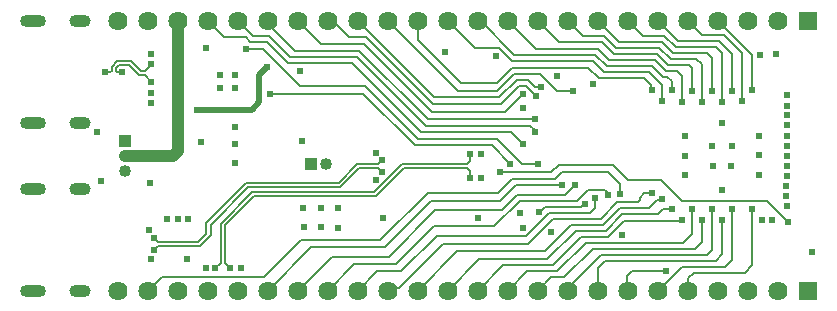
<source format=gbl>
G04*
G04 #@! TF.GenerationSoftware,Altium Limited,Altium Designer,25.8.1 (18)*
G04*
G04 Layer_Physical_Order=4*
G04 Layer_Color=16711680*
%FSLAX44Y44*%
%MOMM*%
G71*
G04*
G04 #@! TF.SameCoordinates,F54E5B92-F0D5-4042-A45F-7CF7407C5741*
G04*
G04*
G04 #@! TF.FilePolarity,Positive*
G04*
G01*
G75*
%ADD13C,0.1524*%
G04:AMPARAMS|DCode=55|XSize=1mm|YSize=2.2mm|CornerRadius=0.5mm|HoleSize=0mm|Usage=FLASHONLY|Rotation=270.000|XOffset=0mm|YOffset=0mm|HoleType=Round|Shape=RoundedRectangle|*
%AMROUNDEDRECTD55*
21,1,1.0000,1.2000,0,0,270.0*
21,1,0.0000,2.2000,0,0,270.0*
1,1,1.0000,-0.6000,0.0000*
1,1,1.0000,-0.6000,0.0000*
1,1,1.0000,0.6000,0.0000*
1,1,1.0000,0.6000,0.0000*
%
%ADD55ROUNDEDRECTD55*%
G04:AMPARAMS|DCode=56|XSize=1mm|YSize=1.8mm|CornerRadius=0.5mm|HoleSize=0mm|Usage=FLASHONLY|Rotation=270.000|XOffset=0mm|YOffset=0mm|HoleType=Round|Shape=RoundedRectangle|*
%AMROUNDEDRECTD56*
21,1,1.0000,0.8000,0,0,270.0*
21,1,0.0000,1.8000,0,0,270.0*
1,1,1.0000,-0.4000,0.0000*
1,1,1.0000,-0.4000,0.0000*
1,1,1.0000,0.4000,0.0000*
1,1,1.0000,0.4000,0.0000*
%
%ADD56ROUNDEDRECTD56*%
%ADD61C,0.1532*%
%ADD67C,1.0160*%
%ADD68C,1.6256*%
%ADD69R,1.6256X1.6256*%
%ADD70R,1.0160X1.0160*%
%ADD71R,1.0160X1.0160*%
%ADD72C,0.6096*%
%ADD73C,1.0160*%
%ADD82C,0.4826*%
D13*
X197629Y217603D02*
X211658D01*
X243332Y185928D01*
X197286Y227330D02*
X201096Y223520D01*
X165100Y241300D02*
X179070Y227330D01*
X197286D01*
X434617Y186159D02*
X443230Y177546D01*
X428936Y186159D02*
X434617D01*
X293370Y215900D02*
X351542Y157728D01*
X442161D01*
X349686Y152400D02*
X437842D01*
X291266Y210820D02*
X349686Y152400D01*
X437842D02*
X441960Y148282D01*
X345440Y147320D02*
X421640D01*
X431800Y137160D01*
X441960Y147320D02*
Y148282D01*
X495228Y217678D02*
X505024Y207882D01*
X442722Y217678D02*
X495228D01*
X419100Y241300D02*
X442722Y217678D01*
X499220Y223012D02*
X509270Y212962D01*
X444500Y241300D02*
X462788Y223012D01*
X499220D01*
X550709Y193548D02*
X554228D01*
X557929Y182717D02*
Y189847D01*
X554228Y193548D02*
X557929Y189847D01*
X379182Y188508D02*
X409733D01*
X448382Y201168D02*
X487473D01*
X409733Y188508D02*
X422623Y201399D01*
X448152D02*
X448382Y201168D01*
X422623Y201399D02*
X448152D01*
X487473Y201168D02*
X495999Y192642D01*
X534851D01*
X446048Y196319D02*
X460928Y181438D01*
X474726D01*
X424728Y196319D02*
X446048D01*
X342900Y224790D02*
X379182Y188508D01*
X540472Y183410D02*
Y187020D01*
X534851Y192642D02*
X540472Y187020D01*
X317500Y241300D02*
X377362Y181438D01*
X409847D02*
X424728Y196319D01*
X377362Y181438D02*
X409847D01*
X292100Y241300D02*
X357124Y176276D01*
X411869D02*
X426832Y191239D01*
X357124Y176276D02*
X411869D01*
X426832Y191239D02*
X436721D01*
X447139Y185321D02*
X447198Y185262D01*
X436721Y191239D02*
X442639Y185321D01*
X447139D01*
X355528Y170688D02*
X413465D01*
X299140Y227076D02*
X355528Y170688D01*
X413465D02*
X428936Y186159D01*
X274506Y237304D02*
X284734Y227076D01*
X299140D01*
X297636Y221395D02*
X354694Y164338D01*
X416814D02*
X431777Y179301D01*
X354694Y164338D02*
X416814D01*
X396105Y241300D02*
X424807Y212598D01*
X393700Y241300D02*
X396105D01*
X424807Y212598D02*
X451113D01*
X451185Y212526D01*
X493196D01*
X411781Y218440D02*
X422703Y207518D01*
X449009D01*
X368300Y241300D02*
X391160Y218440D01*
X411781D01*
X449081Y207446D02*
X491092D01*
X449009Y207518D02*
X449081Y207446D01*
X491092D02*
X500816Y197722D01*
X342900Y224790D02*
Y241300D01*
X215066Y223520D02*
X233354Y205232D01*
X287528D02*
X345440Y147320D01*
X233354Y205232D02*
X287528D01*
X243332Y185928D02*
X297942D01*
X215900Y238760D02*
X238760Y215900D01*
X293370D01*
X217170Y228600D02*
X234950Y210820D01*
X291266D01*
X297942Y185928D02*
X342900Y140970D01*
Y12700D02*
X376174Y45974D01*
X450342D02*
X472948Y68580D01*
X376174Y45974D02*
X450342D01*
X436071Y52070D02*
X457661Y73660D01*
X364744Y52070D02*
X436071D01*
X327338Y14664D02*
X364744Y52070D01*
X358902Y58928D02*
X434594D01*
X329184Y29210D02*
X358902Y58928D01*
X434594D02*
X454406Y78740D01*
X407670Y67310D02*
X429260Y88900D01*
X356362Y67310D02*
X407670D01*
X324358Y35306D02*
X356362Y67310D01*
X435610Y29210D02*
X461010D01*
X485140Y53340D02*
X567690D01*
X461010Y29210D02*
X485140Y53340D01*
X415290Y34290D02*
X457454D01*
X481584Y58420D02*
X504190D01*
X457454Y34290D02*
X481584Y58420D01*
X394970Y39370D02*
X452628D01*
X476758Y63500D02*
X502086D01*
X452628Y39370D02*
X476758Y63500D01*
X472948Y68580D02*
X499982D01*
X457661Y73660D02*
X497877D01*
X454406Y78740D02*
X488950D01*
X289306Y35306D02*
X324358D01*
X266700Y12700D02*
X289306Y35306D01*
X270002Y41402D02*
X318262D01*
X357886Y81026D02*
X414202D01*
X318262Y41402D02*
X357886Y81026D01*
X241300Y12700D02*
X270002Y41402D01*
X308610Y29210D02*
X329184D01*
X319464Y14664D02*
X327338D01*
X317500Y12700D02*
X319464Y14664D01*
X414202Y81026D02*
X427156Y93980D01*
X354330Y88392D02*
X412242D01*
X426212Y102362D01*
X315214Y49276D02*
X354330Y88392D01*
X252476Y49276D02*
X315214D01*
X215900Y12700D02*
X252476Y49276D01*
X351282Y95758D02*
X410718D01*
X422402Y107442D01*
X311404Y55880D02*
X351282Y95758D01*
X243840Y55880D02*
X311404D01*
X212598Y24638D02*
X243840Y55880D01*
X450542Y83820D02*
X481176D01*
X446224Y79502D02*
X450542Y83820D01*
X445262Y79502D02*
X446224D01*
X481176Y83820D02*
X483312Y85956D01*
X638685Y88771D02*
X656336Y71120D01*
X566549Y88771D02*
X638685D01*
X465038Y113248D02*
X503972D01*
X422402Y107442D02*
X459232D01*
X465038Y113248D01*
X548640Y106680D02*
X566549Y88771D01*
X520700Y106680D02*
X548640D01*
X508000Y119380D02*
X520700Y106680D01*
X462280Y119380D02*
X508000D01*
X455930Y113030D02*
X462280Y119380D01*
X412750Y113030D02*
X455930D01*
X431070Y120110D02*
X444500D01*
X410210Y140970D02*
X431070Y120110D01*
X405591Y135890D02*
X421371Y120110D01*
X340360Y135890D02*
X405591D01*
X114300Y12700D02*
X126238Y24638D01*
X212598D01*
X503972Y113248D02*
X514350Y102870D01*
Y94488D02*
Y102870D01*
X342900Y140970D02*
X410210D01*
X241300Y241300D02*
X261205Y221395D01*
X297636D01*
X217574Y178966D02*
X217932Y179324D01*
X296926D01*
X340360Y135890D01*
X483312Y85956D02*
X484274D01*
X477520Y88900D02*
X486918Y98298D01*
X429260Y88900D02*
X477520D01*
X468039Y93980D02*
X476250Y102191D01*
X427156Y93980D02*
X468039D01*
X426212Y102362D02*
X464820D01*
X476250Y102191D02*
Y102362D01*
X488950Y78740D02*
X492760Y82550D01*
X497877Y73660D02*
X511847Y87630D01*
X486918Y98298D02*
X500924D01*
X201096Y223520D02*
X215066D01*
X190500Y241300D02*
X203200Y228600D01*
X217170D01*
X215900Y238760D02*
X215900Y241300D01*
X270411D02*
X274408Y237304D01*
X266700Y241300D02*
X270411D01*
X274408Y237304D02*
X274506D01*
X292100Y12700D02*
X308610Y29210D01*
X492760Y82550D02*
Y91440D01*
X502412Y96720D02*
X504190Y94942D01*
X500924Y98298D02*
X502412Y96810D01*
X504190Y93980D02*
Y94942D01*
X502412Y96720D02*
Y96810D01*
X455930Y24130D02*
X466099D01*
X466538Y24213D01*
X491490Y48260D01*
X577850D01*
X497840Y43180D02*
X588010D01*
X469900Y12700D02*
Y15240D01*
X497840Y43180D01*
X520379Y25318D02*
X524675Y29614D01*
X553316D01*
X566420Y33020D02*
X603250D01*
X546100Y12700D02*
X566420Y33020D01*
X520379Y13021D02*
Y25318D01*
Y13021D02*
X520700Y12700D01*
X393700D02*
X415290Y34290D01*
X368300Y12700D02*
X394970Y39370D01*
X511847Y87630D02*
X529372D01*
X530860Y89118D01*
Y91440D01*
X534670Y95250D01*
X541020D01*
X513952Y82550D02*
X538698D01*
X549230Y89490D02*
X549910Y90170D01*
X545638Y89490D02*
X549230D01*
X538698Y82550D02*
X545638Y89490D01*
X499982Y68580D02*
X513952Y82550D01*
X502086Y63500D02*
X516056Y77470D01*
X546100D01*
X550577Y81947D01*
X557928D01*
X504190Y58420D02*
X517652Y71882D01*
X566020D01*
X566528Y72390D01*
X567690Y53340D02*
X575164Y60814D01*
X419100Y12700D02*
X435610Y29210D01*
X575164Y60814D02*
Y81788D01*
X444500Y12700D02*
X455930Y24130D01*
X577850Y48260D02*
X583528Y53938D01*
Y72390D01*
X588010Y43180D02*
X592164Y47334D01*
Y81788D01*
X495300Y12700D02*
Y31750D01*
X501650Y38100D01*
X595266D01*
X600528Y43362D01*
Y72390D01*
X603250Y33020D02*
X609164Y38934D01*
Y81788D01*
X571790Y12990D02*
Y23150D01*
X576580Y27940D02*
X619760D01*
X571500Y12700D02*
X571790Y12990D01*
Y23150D02*
X576580Y27940D01*
X619760D02*
X626164Y34344D01*
Y81788D01*
X493196Y212526D02*
X502920Y202802D01*
X541456D02*
X550709Y193548D01*
X502920Y202802D02*
X541456D01*
X557929Y182717D02*
X558170Y182476D01*
X540472Y183410D02*
X541152Y182730D01*
X500816Y197722D02*
X538480D01*
X549534Y186668D01*
Y173078D02*
Y186668D01*
X505024Y207882D02*
X543560D01*
X552814Y198628D01*
X562610D01*
X566456Y194782D01*
Y172212D02*
Y194782D01*
X509270Y212962D02*
X545702D01*
X554955Y203708D01*
X572770D01*
X575092Y201386D01*
Y181610D02*
Y201386D01*
X510976Y218440D02*
X547407D01*
X469900Y241300D02*
X482854Y228346D01*
X547407Y218440D02*
X557059Y208788D01*
X482854Y228346D02*
X501070D01*
X510976Y218440D01*
X513080Y223520D02*
X549512D01*
X559164Y213868D01*
X495300Y241300D02*
X513080Y223520D01*
X557059Y208788D02*
X578866D01*
X583456Y204198D01*
Y172212D02*
Y204198D01*
X559164Y213868D02*
X588264D01*
X592092Y210040D01*
Y181610D02*
Y210040D01*
X596900Y241300D02*
X626110Y212090D01*
Y182880D02*
Y212090D01*
X617474Y172974D02*
Y213542D01*
X601908Y229108D02*
X617474Y213542D01*
X533400Y228600D02*
X551616D01*
X561268Y218948D01*
X520700Y241300D02*
X533400Y228600D01*
X563372Y224028D02*
X598170D01*
X546100Y241300D02*
X563372Y224028D01*
X598170D02*
X609092Y213106D01*
X561268Y218948D02*
X595376D01*
X600456Y213868D01*
Y172212D02*
Y213868D01*
X583692Y229108D02*
X601908D01*
X571500Y241300D02*
X583692Y229108D01*
X609092Y181610D02*
Y213106D01*
D55*
X17150Y12700D02*
D03*
Y99100D02*
D03*
Y154900D02*
D03*
Y241300D02*
D03*
D56*
X57150Y12700D02*
D03*
Y99100D02*
D03*
Y154900D02*
D03*
Y241300D02*
D03*
D61*
X309122Y119892D02*
X312420Y123190D01*
X291894Y119892D02*
X309122D01*
X275896Y103894D02*
X291894Y119892D01*
X164076Y60960D02*
Y70056D01*
X197914Y103894D01*
X275896D01*
X119380Y57150D02*
X122678Y53852D01*
X156968D01*
X164076Y60960D01*
X89769Y203446D02*
X98854D01*
X100330Y207010D02*
X108571Y198769D01*
X88293Y207010D02*
X100330D01*
X108571Y198769D02*
X111760D01*
X98854Y203446D02*
X107095Y195206D01*
X111760D01*
Y198769D02*
X116840Y203849D01*
X111760Y195206D02*
X117236Y189729D01*
X87255Y200932D02*
X89769Y203446D01*
X83691Y202408D02*
X88293Y207010D01*
X83691Y199017D02*
Y202408D01*
X82794Y198120D02*
X83691Y199017D01*
X78236Y198120D02*
X82794D01*
X116840Y203849D02*
Y204470D01*
X87255Y199017D02*
Y200932D01*
Y199017D02*
X88152Y198120D01*
X92710D01*
X117236Y189505D02*
Y189729D01*
X158444Y50288D02*
X167640Y59484D01*
X122678Y50288D02*
X158444D01*
X119380Y46990D02*
X122678Y50288D01*
X167640Y59484D02*
Y68580D01*
X199390Y100330D01*
X277372D01*
X293370Y116328D01*
X309122D01*
X312420Y113030D01*
X204430Y92710D02*
X307340D01*
X202954Y96274D02*
X305864D01*
X176018Y69338D02*
X202954Y96274D01*
X307340Y92710D02*
X330960Y116330D01*
X179582Y67862D02*
X204430Y92710D01*
X305864Y96274D02*
X329483Y119893D01*
X176018Y36318D02*
Y69338D01*
X171450Y31750D02*
X176018Y36318D01*
X179582D02*
X184150Y31750D01*
X179582Y36318D02*
Y67862D01*
X329483Y119893D02*
X385053D01*
X387350Y122191D01*
Y128270D01*
X330960Y116330D02*
X385053D01*
X387350Y114032D01*
Y107953D02*
Y114032D01*
D67*
X265580Y119677D02*
D03*
X95250Y114300D02*
D03*
Y127000D02*
D03*
D68*
X647700Y241300D02*
D03*
X88900Y12700D02*
D03*
X114300Y241300D02*
D03*
X647700Y12700D02*
D03*
X622300Y241300D02*
D03*
X571500D02*
D03*
X139700D02*
D03*
X88900D02*
D03*
X546100D02*
D03*
X368300D02*
D03*
X469900D02*
D03*
X292100D02*
D03*
X215900D02*
D03*
X393700D02*
D03*
X317500D02*
D03*
X495300D02*
D03*
X419100D02*
D03*
X241300D02*
D03*
X596900D02*
D03*
X342900D02*
D03*
X165100D02*
D03*
X520700D02*
D03*
X266700D02*
D03*
X444500D02*
D03*
X190500D02*
D03*
X165100Y12700D02*
D03*
X190500D02*
D03*
X393700D02*
D03*
X114300D02*
D03*
X520700D02*
D03*
X495300D02*
D03*
X266700D02*
D03*
X419100D02*
D03*
X546100D02*
D03*
X342900D02*
D03*
X139700D02*
D03*
X571500D02*
D03*
X444500D02*
D03*
X292100D02*
D03*
X368300D02*
D03*
X215900D02*
D03*
X596900D02*
D03*
X317500D02*
D03*
X469900D02*
D03*
X241300D02*
D03*
X622300D02*
D03*
D69*
X673100D02*
D03*
Y241300D02*
D03*
D70*
X95250Y139700D02*
D03*
D71*
X252880Y119677D02*
D03*
D72*
X74422Y105156D02*
D03*
X313690Y74168D02*
D03*
X312420Y123190D02*
D03*
X119380Y57150D02*
D03*
X155956Y165862D02*
D03*
X215392Y202253D02*
D03*
X197629Y217603D02*
D03*
X163576Y217932D02*
D03*
X461010Y194310D02*
D03*
X645922Y213106D02*
D03*
X429260Y78740D02*
D03*
X455621Y61921D02*
D03*
X676910Y45720D02*
D03*
X187977Y120903D02*
D03*
X365740Y214476D02*
D03*
X116810Y39279D02*
D03*
X115198Y64120D02*
D03*
X116080Y104120D02*
D03*
X163322Y31750D02*
D03*
X130810Y73660D02*
D03*
X139700D02*
D03*
X148590D02*
D03*
X193040Y31750D02*
D03*
X159594Y138317D02*
D03*
X188044Y136541D02*
D03*
X245110Y139700D02*
D03*
X71120Y147320D02*
D03*
X116840Y171450D02*
D03*
X188044Y151527D02*
D03*
X116840Y180340D02*
D03*
Y213360D02*
D03*
X175260Y184150D02*
D03*
Y195580D02*
D03*
X187960Y184150D02*
D03*
Y195580D02*
D03*
X393700Y74168D02*
D03*
X307340Y106680D02*
D03*
X431800Y66040D02*
D03*
X515667Y60198D02*
D03*
X600710Y97790D02*
D03*
X396240Y107950D02*
D03*
X569189Y110321D02*
D03*
Y126821D02*
D03*
X592582Y118618D02*
D03*
X608584D02*
D03*
X634528Y72390D02*
D03*
X643028D02*
D03*
X655066Y101500D02*
D03*
X631931Y110679D02*
D03*
X655689Y84521D02*
D03*
X655066Y92864D02*
D03*
X655181Y109921D02*
D03*
X655574Y118264D02*
D03*
X631931Y127179D02*
D03*
X655574Y126900D02*
D03*
X307340Y129540D02*
D03*
X396240Y128270D02*
D03*
X591820Y135382D02*
D03*
X569189Y143321D02*
D03*
X609092Y135382D02*
D03*
X431800Y167640D02*
D03*
X600710Y154940D02*
D03*
X631931Y143679D02*
D03*
X655574Y143918D02*
D03*
X655689Y135321D02*
D03*
X655574Y152554D02*
D03*
X655689Y160975D02*
D03*
X655828Y177954D02*
D03*
Y169318D02*
D03*
X632968Y212090D02*
D03*
X246126Y83058D02*
D03*
X275336Y82804D02*
D03*
X260858Y83058D02*
D03*
X261112Y66294D02*
D03*
X275590Y66040D02*
D03*
X246380Y66294D02*
D03*
X243475Y198374D02*
D03*
X408940Y211582D02*
D03*
X490982Y187960D02*
D03*
X443230Y177546D02*
D03*
X442161Y157728D02*
D03*
X431800Y137160D02*
D03*
X441960Y147320D02*
D03*
X445262Y79502D02*
D03*
X656336Y71120D02*
D03*
X412750Y113030D02*
D03*
X444500Y120110D02*
D03*
X421371D02*
D03*
X147320Y39370D02*
D03*
X135890Y127000D02*
D03*
X117236Y189505D02*
D03*
X116840Y204470D02*
D03*
X78236Y198120D02*
D03*
X92710D02*
D03*
X119380Y46990D02*
D03*
X312420Y113030D02*
D03*
X171450Y31750D02*
D03*
X184150D02*
D03*
X387350Y107953D02*
D03*
X387350Y128270D02*
D03*
X474726Y181438D02*
D03*
X431777Y179301D02*
D03*
X447198Y185262D02*
D03*
X217574Y178966D02*
D03*
X464820Y102362D02*
D03*
X476250D02*
D03*
X484274Y85956D02*
D03*
X514350Y94488D02*
D03*
X504190Y93980D02*
D03*
X492760Y91440D02*
D03*
X553316Y29614D02*
D03*
X541020Y95250D02*
D03*
X549910Y90170D02*
D03*
X557928Y81947D02*
D03*
X617474Y172974D02*
D03*
X541152Y182730D02*
D03*
X626164Y81788D02*
D03*
X600528Y72390D02*
D03*
X609164Y81788D02*
D03*
X583528Y72390D02*
D03*
X592164Y81788D02*
D03*
X566528Y72390D02*
D03*
X575164Y81788D02*
D03*
X558170Y182476D02*
D03*
X549534Y173078D02*
D03*
X575092Y181610D02*
D03*
X566456Y172212D02*
D03*
X592092Y181610D02*
D03*
X583456Y172212D02*
D03*
X600456D02*
D03*
X609092Y181610D02*
D03*
X626110Y182880D02*
D03*
D73*
X135890Y127000D02*
X139700Y130810D01*
Y241300D01*
X95250Y127000D02*
X135890D01*
D82*
X155956Y165862D02*
X202438D01*
X208788Y172212D01*
X213869Y200386D02*
X215392Y201909D01*
X208788Y195305D02*
X213869Y200386D01*
X215392Y201909D02*
Y202253D01*
X208788Y172212D02*
Y195305D01*
M02*

</source>
